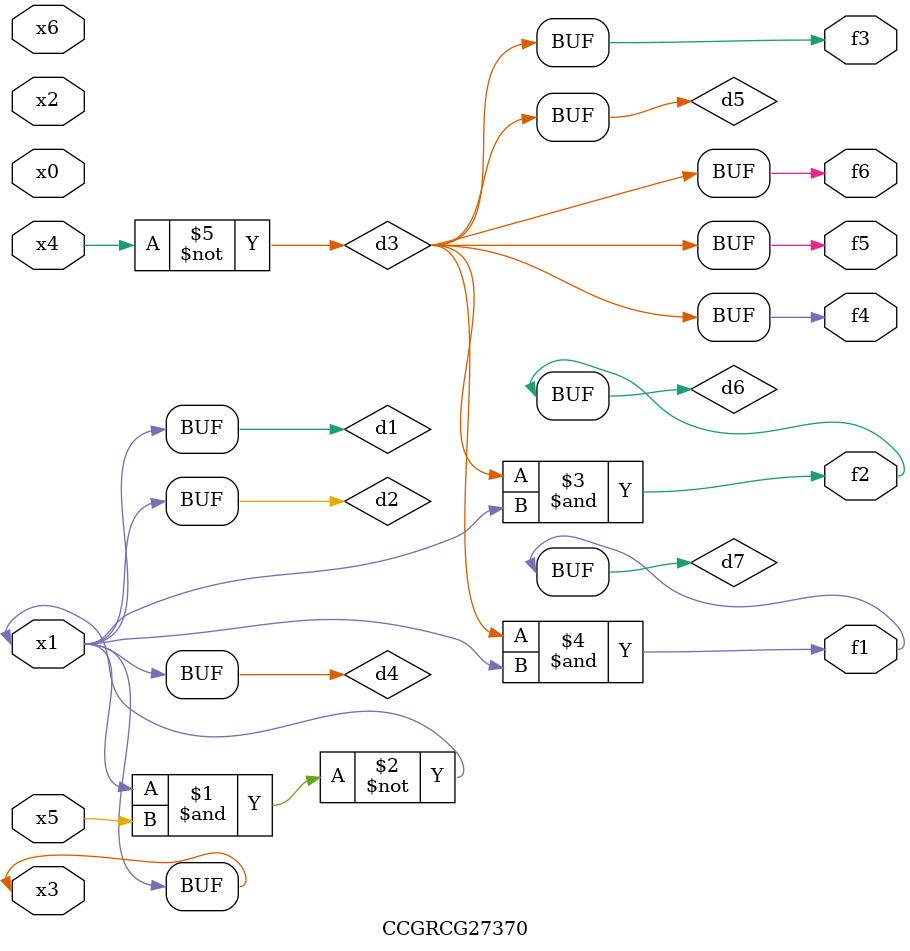
<source format=v>
module CCGRCG27370(
	input x0, x1, x2, x3, x4, x5, x6,
	output f1, f2, f3, f4, f5, f6
);

	wire d1, d2, d3, d4, d5, d6, d7;

	buf (d1, x1, x3);
	nand (d2, x1, x5);
	not (d3, x4);
	buf (d4, d1, d2);
	buf (d5, d3);
	and (d6, d3, d4);
	and (d7, d3, d4);
	assign f1 = d7;
	assign f2 = d6;
	assign f3 = d5;
	assign f4 = d5;
	assign f5 = d5;
	assign f6 = d5;
endmodule

</source>
